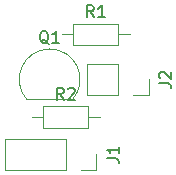
<source format=gbr>
%TF.GenerationSoftware,KiCad,Pcbnew,(5.1.6)-1*%
%TF.CreationDate,2020-09-21T18:41:52-06:00*%
%TF.ProjectId,2n2222 audio amp 2,326e3232-3232-4206-9175-64696f20616d,rev?*%
%TF.SameCoordinates,PX8062360PY5faea10*%
%TF.FileFunction,Legend,Top*%
%TF.FilePolarity,Positive*%
%FSLAX46Y46*%
G04 Gerber Fmt 4.6, Leading zero omitted, Abs format (unit mm)*
G04 Created by KiCad (PCBNEW (5.1.6)-1) date 2020-09-21 18:41:52*
%MOMM*%
%LPD*%
G01*
G04 APERTURE LIST*
%ADD10C,0.120000*%
%ADD11C,0.150000*%
G04 APERTURE END LIST*
D10*
%TO.C,R2*%
X5065000Y7270000D02*
X5065000Y5430000D01*
X5065000Y5430000D02*
X8905000Y5430000D01*
X8905000Y5430000D02*
X8905000Y7270000D01*
X8905000Y7270000D02*
X5065000Y7270000D01*
X4115000Y6350000D02*
X5065000Y6350000D01*
X9855000Y6350000D02*
X8905000Y6350000D01*
%TO.C,R1*%
X7605000Y14255000D02*
X7605000Y12415000D01*
X7605000Y12415000D02*
X11445000Y12415000D01*
X11445000Y12415000D02*
X11445000Y14255000D01*
X11445000Y14255000D02*
X7605000Y14255000D01*
X6655000Y13335000D02*
X7605000Y13335000D01*
X12395000Y13335000D02*
X11445000Y13335000D01*
%TO.C,Q1*%
X7583611Y7834878D02*
G75*
G03*
X3695000Y7825000I-1948611J1690122D01*
G01*
X3695000Y7825000D02*
X7545000Y7825000D01*
%TO.C,J2*%
X11430000Y10855000D02*
X11430000Y8195000D01*
X11430000Y10855000D02*
X8830000Y10855000D01*
X8830000Y10855000D02*
X8830000Y8195000D01*
X11430000Y8195000D02*
X8830000Y8195000D01*
X14030000Y8195000D02*
X12700000Y8195000D01*
X14030000Y9525000D02*
X14030000Y8195000D01*
%TO.C,J1*%
X6985000Y4505000D02*
X6985000Y1845000D01*
X6985000Y4505000D02*
X1845000Y4505000D01*
X1845000Y4505000D02*
X1845000Y1845000D01*
X6985000Y1845000D02*
X1845000Y1845000D01*
X9585000Y1845000D02*
X8255000Y1845000D01*
X9585000Y3175000D02*
X9585000Y1845000D01*
%TO.C,R2*%
D11*
X6818333Y7817620D02*
X6485000Y8293810D01*
X6246904Y7817620D02*
X6246904Y8817620D01*
X6627857Y8817620D01*
X6723095Y8770000D01*
X6770714Y8722381D01*
X6818333Y8627143D01*
X6818333Y8484286D01*
X6770714Y8389048D01*
X6723095Y8341429D01*
X6627857Y8293810D01*
X6246904Y8293810D01*
X7199285Y8722381D02*
X7246904Y8770000D01*
X7342142Y8817620D01*
X7580238Y8817620D01*
X7675476Y8770000D01*
X7723095Y8722381D01*
X7770714Y8627143D01*
X7770714Y8531905D01*
X7723095Y8389048D01*
X7151666Y7817620D01*
X7770714Y7817620D01*
%TO.C,R1*%
X9358333Y14802620D02*
X9025000Y15278810D01*
X8786904Y14802620D02*
X8786904Y15802620D01*
X9167857Y15802620D01*
X9263095Y15755000D01*
X9310714Y15707381D01*
X9358333Y15612143D01*
X9358333Y15469286D01*
X9310714Y15374048D01*
X9263095Y15326429D01*
X9167857Y15278810D01*
X8786904Y15278810D01*
X10310714Y14802620D02*
X9739285Y14802620D01*
X10025000Y14802620D02*
X10025000Y15802620D01*
X9929761Y15659762D01*
X9834523Y15564524D01*
X9739285Y15516905D01*
%TO.C,Q1*%
X5539761Y12537381D02*
X5444523Y12585000D01*
X5349285Y12680239D01*
X5206428Y12823096D01*
X5111190Y12870715D01*
X5015952Y12870715D01*
X5063571Y12632620D02*
X4968333Y12680239D01*
X4873095Y12775477D01*
X4825476Y12965953D01*
X4825476Y13299286D01*
X4873095Y13489762D01*
X4968333Y13585000D01*
X5063571Y13632620D01*
X5254047Y13632620D01*
X5349285Y13585000D01*
X5444523Y13489762D01*
X5492142Y13299286D01*
X5492142Y12965953D01*
X5444523Y12775477D01*
X5349285Y12680239D01*
X5254047Y12632620D01*
X5063571Y12632620D01*
X6444523Y12632620D02*
X5873095Y12632620D01*
X6158809Y12632620D02*
X6158809Y13632620D01*
X6063571Y13489762D01*
X5968333Y13394524D01*
X5873095Y13346905D01*
%TO.C,J2*%
X14922380Y9191667D02*
X15636666Y9191667D01*
X15779523Y9144048D01*
X15874761Y9048810D01*
X15922380Y8905953D01*
X15922380Y8810715D01*
X15017619Y9620239D02*
X14970000Y9667858D01*
X14922380Y9763096D01*
X14922380Y10001191D01*
X14970000Y10096429D01*
X15017619Y10144048D01*
X15112857Y10191667D01*
X15208095Y10191667D01*
X15350952Y10144048D01*
X15922380Y9572620D01*
X15922380Y10191667D01*
%TO.C,J1*%
X10477380Y2841667D02*
X11191666Y2841667D01*
X11334523Y2794048D01*
X11429761Y2698810D01*
X11477380Y2555953D01*
X11477380Y2460715D01*
X11477380Y3841667D02*
X11477380Y3270239D01*
X11477380Y3555953D02*
X10477380Y3555953D01*
X10620238Y3460715D01*
X10715476Y3365477D01*
X10763095Y3270239D01*
%TD*%
M02*

</source>
